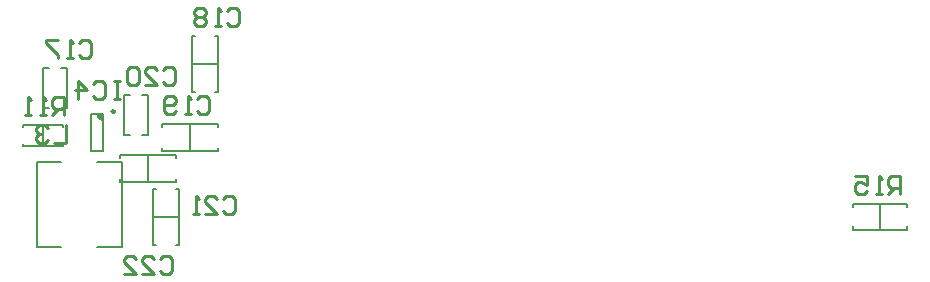
<source format=gbo>
G04*
G04 #@! TF.GenerationSoftware,Altium Limited,Altium Designer,19.1.6 (110)*
G04*
G04 Layer_Color=32896*
%FSLAX24Y24*%
%MOIN*%
G70*
G01*
G75*
%ADD11C,0.0098*%
%ADD12C,0.0079*%
%ADD14C,0.0100*%
%ADD16C,0.0059*%
G36*
X16097Y17210D02*
X15900D01*
Y17151D01*
X16018Y17033D01*
X16097D01*
Y17210D01*
D02*
G37*
D11*
X16491Y17309D02*
G03*
X16491Y17309I-49J0D01*
G01*
D12*
X15900Y17210D02*
G03*
X16077Y17033I177J0D01*
G01*
X13883Y12783D02*
Y15617D01*
X16717Y12783D02*
Y15617D01*
X13883D02*
X14709D01*
X13883Y12783D02*
X14709D01*
X15891Y15617D02*
X16717D01*
X15891Y12783D02*
X16717D01*
X16077Y17033D02*
X16097D01*
X15703Y15990D02*
Y17210D01*
X16097Y15990D02*
Y17210D01*
X15703Y15990D02*
X16097D01*
X15703Y17210D02*
X16097D01*
D14*
X42660Y14560D02*
Y15160D01*
X42360D01*
X42260Y15060D01*
Y14860D01*
X42360Y14760D01*
X42660D01*
X42460D02*
X42260Y14560D01*
X42060D02*
X41860D01*
X41960D01*
Y15160D01*
X42060Y15060D01*
X41160Y15160D02*
X41560D01*
Y14860D01*
X41360Y14960D01*
X41260D01*
X41160Y14860D01*
Y14660D01*
X41260Y14560D01*
X41460D01*
X41560Y14660D01*
X20100Y14400D02*
X20200Y14500D01*
X20400D01*
X20500Y14400D01*
Y14000D01*
X20400Y13900D01*
X20200D01*
X20100Y14000D01*
X19500Y13900D02*
X19900D01*
X19500Y14300D01*
Y14400D01*
X19600Y14500D01*
X19800D01*
X19900Y14400D01*
X19300Y13900D02*
X19100D01*
X19200D01*
Y14500D01*
X19300Y14400D01*
X18000Y12400D02*
X18100Y12500D01*
X18300D01*
X18400Y12400D01*
Y12000D01*
X18300Y11900D01*
X18100D01*
X18000Y12000D01*
X17400Y11900D02*
X17800D01*
X17400Y12300D01*
Y12400D01*
X17500Y12500D01*
X17700D01*
X17800Y12400D01*
X16801Y11900D02*
X17200D01*
X16801Y12300D01*
Y12400D01*
X16900Y12500D01*
X17100D01*
X17200Y12400D01*
X14870Y16850D02*
Y16250D01*
X14470D01*
X14270Y16750D02*
X14170Y16850D01*
X13970D01*
X13870Y16750D01*
Y16650D01*
X13970Y16550D01*
X14070D01*
X13970D01*
X13870Y16450D01*
Y16350D01*
X13970Y16250D01*
X14170D01*
X14270Y16350D01*
X15280Y19600D02*
X15380Y19700D01*
X15580D01*
X15680Y19600D01*
Y19200D01*
X15580Y19100D01*
X15380D01*
X15280Y19200D01*
X15080Y19100D02*
X14880D01*
X14980D01*
Y19700D01*
X15080Y19600D01*
X14580Y19700D02*
X14180D01*
Y19600D01*
X14580Y19200D01*
Y19100D01*
X18080Y18685D02*
X18180Y18785D01*
X18380D01*
X18480Y18685D01*
Y18285D01*
X18380Y18185D01*
X18180D01*
X18080Y18285D01*
X17480Y18185D02*
X17880D01*
X17480Y18585D01*
Y18685D01*
X17580Y18785D01*
X17780D01*
X17880Y18685D01*
X17280D02*
X17180Y18785D01*
X16980D01*
X16881Y18685D01*
Y18285D01*
X16980Y18185D01*
X17180D01*
X17280Y18285D01*
Y18685D01*
X19230Y17715D02*
X19330Y17815D01*
X19530D01*
X19630Y17715D01*
Y17315D01*
X19530Y17215D01*
X19330D01*
X19230Y17315D01*
X19030Y17215D02*
X18830D01*
X18930D01*
Y17815D01*
X19030Y17715D01*
X18530Y17315D02*
X18430Y17215D01*
X18230D01*
X18130Y17315D01*
Y17715D01*
X18230Y17815D01*
X18430D01*
X18530Y17715D01*
Y17615D01*
X18430Y17515D01*
X18130D01*
X20230Y20660D02*
X20330Y20760D01*
X20530D01*
X20630Y20660D01*
Y20260D01*
X20530Y20160D01*
X20330D01*
X20230Y20260D01*
X20030Y20160D02*
X19830D01*
X19930D01*
Y20760D01*
X20030Y20660D01*
X19530D02*
X19430Y20760D01*
X19230D01*
X19130Y20660D01*
Y20560D01*
X19230Y20460D01*
X19130Y20360D01*
Y20260D01*
X19230Y20160D01*
X19430D01*
X19530Y20260D01*
Y20360D01*
X19430Y20460D01*
X19530Y20560D01*
Y20660D01*
X19430Y20460D02*
X19230D01*
X14800Y17180D02*
Y17780D01*
X14500D01*
X14400Y17680D01*
Y17480D01*
X14500Y17380D01*
X14800D01*
X14600D02*
X14400Y17180D01*
X14200D02*
X14000D01*
X14100D01*
Y17780D01*
X14200Y17680D01*
X13700Y17180D02*
X13500D01*
X13600D01*
Y17780D01*
X13700Y17680D01*
X16650Y18310D02*
X16450D01*
X16550D01*
Y17710D01*
X16650D01*
X16450D01*
X15750Y18210D02*
X15850Y18310D01*
X16050D01*
X16150Y18210D01*
Y17810D01*
X16050Y17710D01*
X15850D01*
X15750Y17810D01*
X15250Y17710D02*
Y18310D01*
X15550Y18010D01*
X15150D01*
D16*
X42906Y14115D02*
Y14233D01*
X41094D02*
X42906D01*
X41094Y14115D02*
Y14233D01*
Y13367D02*
Y13485D01*
Y13367D02*
X42906D01*
Y13485D01*
X42000Y13367D02*
Y14233D01*
X18535Y14957D02*
Y15056D01*
X16665Y14957D02*
X18535D01*
X16665D02*
Y15056D01*
Y15744D02*
Y15843D01*
X18535D01*
Y15744D02*
Y15843D01*
X17600Y14957D02*
Y15843D01*
X18544Y14735D02*
X18643D01*
Y12865D02*
Y14735D01*
X18544Y12865D02*
X18643D01*
X17757D02*
X17856D01*
X17757D02*
Y14735D01*
X17856D01*
X17757Y13800D02*
X18643D01*
X14697Y18769D02*
X14894D01*
Y17431D02*
Y18769D01*
X14697Y17431D02*
X14894D01*
X14106D02*
X14303D01*
X14106D02*
Y18769D01*
X14303D01*
X16806Y16516D02*
X17003D01*
X16806D02*
Y17854D01*
X17003D01*
X17397D02*
X17594D01*
Y16516D02*
Y17854D01*
X17397Y16516D02*
X17594D01*
X19935Y16002D02*
Y16100D01*
X18065Y16002D02*
X19935D01*
X18065D02*
Y16100D01*
Y16789D02*
Y16888D01*
X19935D01*
Y16789D02*
Y16888D01*
X19000Y16002D02*
Y16888D01*
X19844Y19835D02*
X19943D01*
Y17965D02*
Y19835D01*
X19844Y17965D02*
X19943D01*
X19057D02*
X19156D01*
X19057D02*
Y19835D01*
X19156D01*
X19057Y18900D02*
X19943D01*
X14769Y16776D02*
Y16854D01*
X13431D02*
X14769D01*
X13431Y16776D02*
Y16854D01*
X14769Y16146D02*
Y16224D01*
X13431Y16146D02*
X14769D01*
X13431D02*
Y16224D01*
X14100Y16146D02*
Y16854D01*
M02*

</source>
